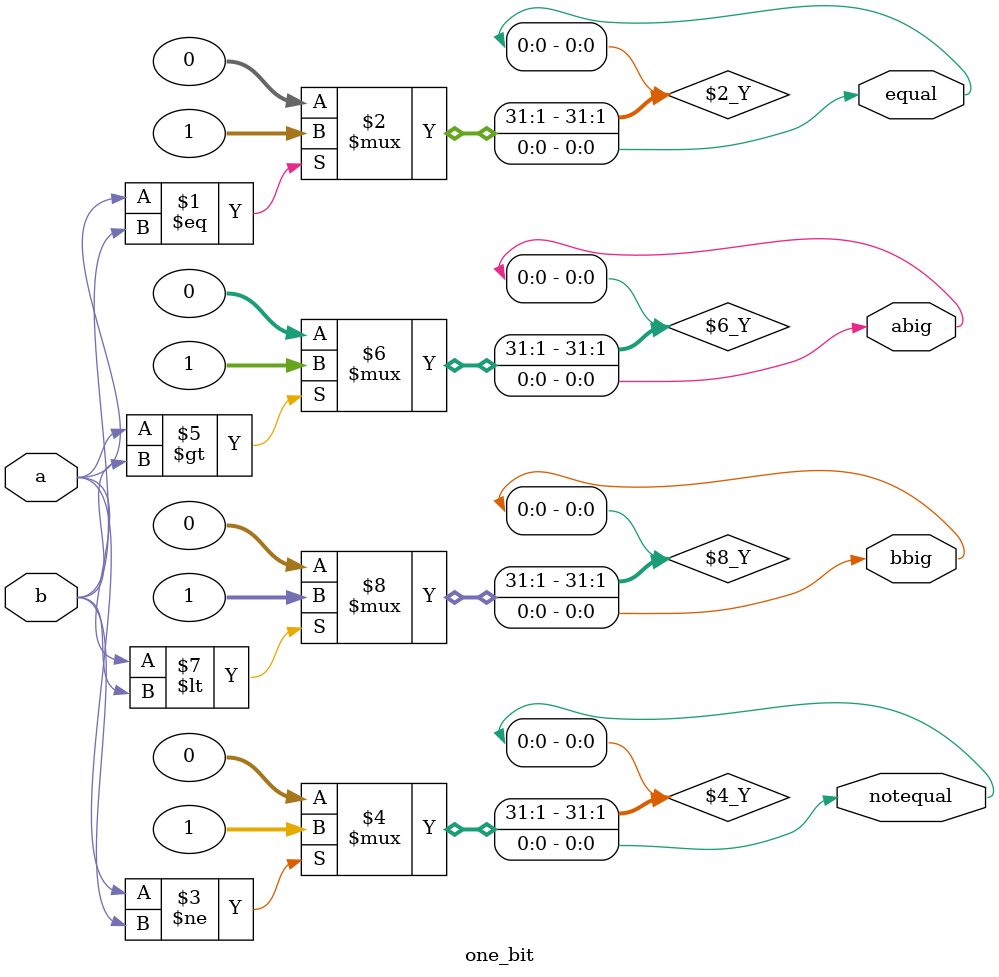
<source format=v>
`timescale 1ns / 1ps

module one_bit(
    input a,b, output equal, notequal, abig, bbig
    );
    assign equal = (a == b)? 1:0; 
    assign notequal = (a != b)? 1:0;
    assign abig = (a>b)? 1:0;
    assign bbig = (a < b)? 1:0;
endmodule

</source>
